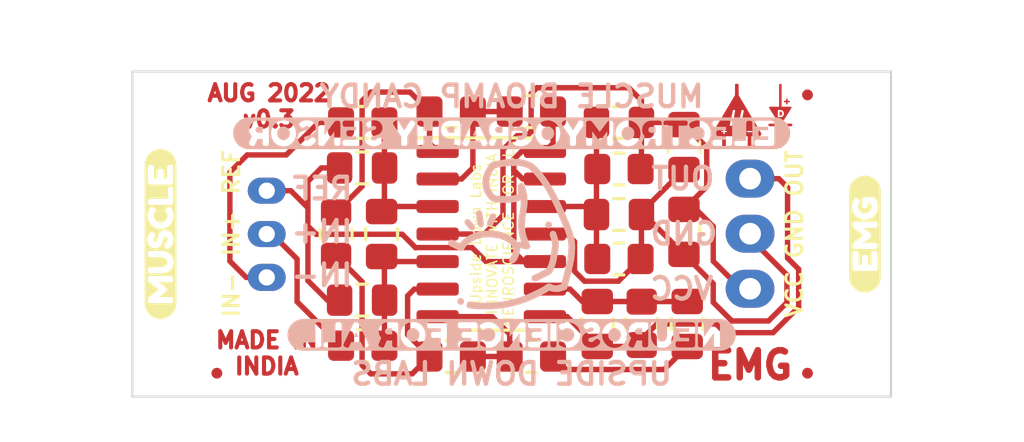
<source format=kicad_pcb>
(kicad_pcb (version 20211014) (generator pcbnew)
  (title_block (title "Muscle BioAmp Biscute") (date "2022-11-30") (rev "v0.3") (company "Upside Down Labs") (comment 1 "BandPass: 72 - 720 Hz") (comment 2 "Gain: x2420") (comment 3 "Quad OpAmp based BioAmp design") (comment 4 "Cute ElectroMyoGraphy (EMG) sensor"))
  (layers (0 "F.Cu" signal) (31 "B.Cu" signal) (34 "B.Paste" user) (35 "F.Paste" user) (36 "B.SilkS" user "B.Silkscreen") (37 "F.SilkS" user "F.Silkscreen") (38 "B.Mask" user) (39 "F.Mask" user) (44 "Edge.Cuts" user))
  (net 0 "")
  (net 1 "ampRef")
  (net 2 "inaIN-")
  (net 3 "inaIN+")
  (net 4 "+5V")
  (net 5 "Net-(C4-Pad1)")
  (net 6 "bpfOUT")
  (net 7 "Net-(C6-Pad2)")
  (net 8 "GND")
  (net 9 "bioIN+")
  (net 10 "bioIN-")
  (net 11 "inaOUT")
  (net 12 "Net-(C6-Pad1)")
  (net 13 "Net-(R7-Pad1)")
  (net 14 "Net-(R8-Pad1)")
  (net 15 "Net-(R10-Pad2)")
  (footprint "Capacitor_SMD:C_0805_2012Metric_Pad1.18x1.45mm_HandSolder" (layer "F.Cu") (at 123.9 113.7 180)
    (fp_text reference "C1" hide)
    (fp_text value "100pF")
  )
  (footprint "Capacitor_SMD:C_0805_2012Metric_Pad1.18x1.45mm_HandSolder" (layer "F.Cu") (at 124.8 116.75 90)
    (fp_text reference "C2" hide)
    (fp_text value "1nF")
  )
  (footprint "Capacitor_SMD:C_0805_2012Metric_Pad1.18x1.45mm_HandSolder" (layer "F.Cu") (at 123.9 119.8)
    (fp_text reference "C3" hide)
    (fp_text value "100pF")
  )
  (footprint "Capacitor_SMD:C_0805_2012Metric_Pad1.18x1.45mm_HandSolder" (layer "F.Cu") (at 135.75 111.6)
    (fp_text reference "C4" hide)
    (fp_text value "100nF")
  )
  (footprint "Capacitor_SMD:C_0805_2012Metric_Pad1.18x1.45mm_HandSolder" (layer "F.Cu") (at 134.75 120.9 -90)
    (fp_text reference "C7" hide)
    (fp_text value "1nF")
  )
  (footprint "Capacitor_SMD:C_0805_2012Metric_Pad1.18x1.45mm_HandSolder" (layer "F.Cu") (at 135.75 115.85 180)
    (fp_text reference "C5" hide)
    (fp_text value "2.2uF")
  )
  (footprint "Capacitor_SMD:C_0805_2012Metric_Pad1.18x1.45mm_HandSolder" (layer "F.Cu") (at 138.75 116.65 90)
    (fp_text reference "C8" hide)
    (fp_text value "100nF")
  )
  (footprint "Resistor_SMD:R_0805_2012Metric_Pad1.20x1.40mm_HandSolder" (layer "F.Cu") (at 128.01 111.1)
    (fp_text reference "R8" hide)
    (fp_text value "10k")
  )
  (footprint "Resistor_SMD:R_0805_2012Metric_Pad1.20x1.40mm_HandSolder" (layer "F.Cu") (at 128.01 122.4 180)
    (fp_text reference "R10" hide)
    (fp_text value "100k")
  )
  (footprint "Resistor_SMD:R_0805_2012Metric_Pad1.20x1.40mm_HandSolder" (layer "F.Cu") (at 123.93 111.6 180)
    (fp_text reference "R1" hide)
    (fp_text value "1K")
  )
  (footprint "Resistor_SMD:R_0805_2012Metric_Pad1.20x1.40mm_HandSolder" (layer "F.Cu") (at 131.71 111.1)
    (fp_text reference "R7" hide)
    (fp_text value "100k")
  )
  (footprint "Resistor_SMD:R_0805_2012Metric_Pad1.20x1.40mm_HandSolder" (layer "F.Cu") (at 122.7 116.75 90)
    (fp_text reference "R9" hide)
    (fp_text value "10k")
  )
  (footprint "Resistor_SMD:R_0805_2012Metric_Pad1.20x1.40mm_HandSolder" (layer "F.Cu") (at 123.93 121.9 180)
    (fp_text reference "R2" hide)
    (fp_text value "1K")
  )
  (footprint "Resistor_SMD:R_0805_2012Metric_Pad1.20x1.40mm_HandSolder" (layer "F.Cu") (at 135.75 113.75)
    (fp_text reference "R3" hide)
    (fp_text value "1M")
  )
  (footprint "Resistor_SMD:R_0805_2012Metric_Pad1.20x1.40mm_HandSolder" (layer "F.Cu") (at 135.75 117.9 180)
    (fp_text reference "R4" hide)
    (fp_text value "1M")
  )
  (footprint "Resistor_SMD:R_0805_2012Metric_Pad1.20x1.40mm_HandSolder" (layer "F.Cu") (at 136.8 120.87 90)
    (fp_text reference "R6" hide)
    (fp_text value "220K")
  )
  (footprint "Resistor_SMD:R_0805_2012Metric_Pad1.20x1.40mm_HandSolder" (layer "F.Cu") (at 131.71 122.4 180)
    (fp_text reference "R5" hide)
    (fp_text value "1k")
  )
  (footprint "Package_SO:SOIC-14_3.9x8.7mm_P1.27mm" (layer "F.Cu") (at 129.86 116.75)
    (fp_text reference "U1" hide)
    (fp_text value "Amp")
  )
  (footprint "Capacitor_SMD:C_0805_2012Metric_Pad1.18x1.45mm_HandSolder" (layer "F.Cu") (at 138.9 120.9 90)
    (fp_text reference "C6" hide)
    (fp_text value "2.2uF")
  )
  (footprint "MountingHole:MountingHole_2.1mm" (layer "F.Cu") (at 146.25 111.2)
    (fp_text reference "H4" hide)
    (fp_text value "MountingHole")
  )
  (footprint "MountingHole:MountingHole_2.1mm" (layer "F.Cu") (at 115.4 122.3)
    (fp_text reference "H3" hide)
    (fp_text value "MountingHole")
  )
  (footprint "MountingHole:MountingHole_2.1mm" (layer "F.Cu") (at 145.35 114.195)
    (fp_text reference "H2" hide)
    (fp_text value "MountingHole")
  )
  (footprint "MountingHole:MountingHole_2.1mm" (layer "F.Cu") (at 115.4 111.2)
    (fp_text reference "H7" hide)
    (fp_text value "MountingHole")
  )
  (footprint "MountingHole:MountingHole_2.1mm" (layer "F.Cu") (at 145.35 116.735)
    (fp_text reference "H6" hide)
    (fp_text value "MountingHole")
  )
  (footprint "MountingHole:MountingHole_2.1mm" (layer "F.Cu") (at 116.36 119.27 90)
    (fp_text reference "H9" hide)
    (fp_text value "MountingHole")
  )
  (footprint "MountingHole:MountingHole_2.1mm" (layer "F.Cu") (at 145.35 119.275)
    (fp_text reference "H10" hide)
    (fp_text value "MountingHole")
  )
  (footprint "MountingHole:MountingHole_2.1mm" (layer "F.Cu") (at 116.36 116.73 90)
    (fp_text reference "H5" hide)
    (fp_text value "MountingHole")
  )
  (footprint "MountingHole:MountingHole_2.1mm" (layer "F.Cu") (at 146.25 122.3)
    (fp_text reference "H8" hide)
    (fp_text value "MountingHole")
  )
  (footprint "MountingHole:MountingHole_2.1mm" (layer "F.Cu") (at 116.36 114.19 90)
    (fp_text reference "H1" hide)
    (fp_text value "MountingHole")
  )
  (footprint "udlabs:UDL_Copper_3mm" (layer "F.Cu") (at 141.9 111.3)
    (fp_text reference "G***" hide)
    (fp_text value "LOGO" hide)
  )
  (footprint "Fiducial:Fiducial_0.5mm_Mask1mm" (layer "F.Cu") (at 117.2 123.169999)
    (fp_text reference "F1**" hide)
    (fp_text value "Fiducial_0.5mm_Mask1mm")
  )
  (footprint "kibuzzard-62E8CB67" (layer "F.Cu") (at 147.1 116.75 90)
    (fp_text reference "kibuzzard-62E8CB67" hide)
    (fp_text value "G***" hide)
  )
  (footprint "kibuzzard-626FA17E" (layer "F.Cu") (at 114.6 116.75 90)
    (fp_text reference "kibuzzard-626FA17E" hide)
    (fp_text value "G***" hide)
  )
  (footprint "Fiducial:Fiducial_0.5mm_Mask1mm" (layer "F.Cu") (at 144.45 123.169999)
    (fp_text reference "F2**" hide)
    (fp_text value "Fiducial_0.5mm_Mask1mm")
  )
  (footprint "Fiducial:Fiducial_0.5mm_Mask1mm" (layer "F.Cu") (at 144.45 110.33)
    (fp_text reference "F3**" hide)
    (fp_text value "Fiducial_0.5mm_Mask1mm")
  )
  (footprint "Capacitor_SMD:C_0805_2012Metric_Pad1.18x1.45mm_HandSolder" (layer "F.Cu") (at 138.75 112.7375 90)
    (fp_text reference "C9" hide)
    (fp_text value "47uF")
  )
  (footprint "Connector_PinHeader_2.54mm:PinHeader_1x03_P2.54mm_Horizontal" (layer "B.Cu") (at 141.8 119.275)
    (fp_text reference "J1" hide)
    (fp_text value "IO")
  )
  (footprint "Connector_JST:JST_PH_S3B-PH-K_1x03_P2.00mm_Horizontal" (layer "B.Cu") (at 119.5 118.75 90)
    (fp_text reference "J3" hide)
    (fp_text value "BioAmp_input")
  )
  (footprint "UDLEOG:CandyMuscle" (layer "B.Cu") (at 130.801444 116.750081 180)
    (fp_text reference "G***" hide)
    (fp_text value "LOGO" hide)
  )
  (footprint "kibuzzard-626BB171" (layer "B.Cu") (at 130.8 121.4 180)
    (fp_text reference "kibuzzard-626BB171" hide)
    (fp_text value "G***" hide)
  )
  (footprint "kibuzzard-626FA157" (layer "B.Cu") (at 130.8 112.1 180)
    (fp_text reference "kibuzzard-626FA157" hide)
    (fp_text value "G***" hide)
  )
  (gr_line (start 113.3 124.25) (end 148.3 124.25) (layer "Edge.Cuts") (width 0.1))
  (gr_line (start 113.3 124.25) (end 113.3 109.25) (layer "Edge.Cuts") (width 0.1))
  (gr_line (start 148.3 109.25) (end 148.3 124.25) (layer "Edge.Cuts") (width 0.1))
  (gr_line (start 148.3 109.25) (end 113.3 109.25) (layer "Edge.Cuts") (width 0.1))
  (gr_text "AUG 2022\nv0.3\n" (at 119.6 110.85) (layer "F.Cu") (effects (font (size 0.75 0.75) (thickness 0.1875))))
  (gr_text "EMG" (at 141.8 122.8) (layer "F.Cu") (effects (font (size 1.25 1.25) (thickness 0.3))))
  (gr_text "MADE IN\nINDIA" (at 119.5 122.25) (layer "F.Cu") (effects (font (size 0.75 0.75) (thickness 0.1875))))
  (gr_text "OUT" (at 138.7 114.195) (layer "B.SilkS") (effects (font (size 1 1) (thickness 0.2)) (justify mirror)))
  (gr_text "GND" (at 138.75 116.735) (layer "B.SilkS") (effects (font (size 1 1) (thickness 0.2)) (justify mirror)))
  (gr_text "VCC" (at 138.65 119.275) (layer "B.SilkS") (effects (font (size 1 1) (thickness 0.2)) (justify mirror)))
  (gr_text "REF" (at 122.05 114.65) (layer "B.SilkS") (effects (font (size 1 1) (thickness 0.2)) (justify mirror)))
  (gr_text "IN-" (at 122.05 118.65) (layer "B.SilkS") (effects (font (size 1 1) (thickness 0.2)) (justify mirror)))
  (gr_text "IN+" (at 122.05 116.65) (layer "B.SilkS") (effects (font (size 1 1) (thickness 0.2)) (justify mirror)))
  (gr_text "UPSIDE DOWN LABS" (at 130.8 123.2) (layer "B.SilkS") (effects (font (size 1 1) (thickness 0.2)) (justify mirror)))
  (gr_text "MUSCLE BIOAMP CANDY" (at 130.8 110.4) (layer "B.SilkS") (effects (font (size 1 1) (thickness 0.2)) (justify mirror)))
  (gr_text "GND" (at 143.85 116.735 90) (layer "F.SilkS") (effects (font (size 0.74 0.74) (thickness 0.14))))
  (gr_text "OUT" (at 143.85 113.942857 90) (layer "F.SilkS") (effects (font (size 0.74 0.74) (thickness 0.14))))
  (gr_text "IN-" (at 117.87 119.55381 90) (layer "F.SilkS") (effects (font (size 0.74 0.74) (thickness 0.14))))
  (gr_text "REF" (at 117.87 113.89 90) (layer "F.SilkS") (effects (font (size 0.74 0.74) (thickness 0.14))))
  (gr_text "IN+" (at 117.87 116.736905 90) (layer "F.SilkS") (effects (font (size 0.74 0.74) (thickness 0.14))))
  (gr_text "Upside Down Labs\nINNOVATE WITH INDIA\nNEUROSCIENCE FOR ALL" (at 129.9 116.75 90) (layer "F.SilkS") (effects (font (size 0.47 0.47) (thickness 0.07))))
  (gr_text "VCC" (at 143.85 119.527143 90) (layer "F.SilkS") (effects (font (size 0.74 0.74) (thickness 0.14))))
  (segment (start 129.62 118.02) (end 128.97501 117.37501) (width 0.25) (layer "F.Cu") (net 1))
  (segment (start 128.97501 117.37501) (end 126.363242 117.37501) (width 0.25) (layer "F.Cu") (net 1))
  (segment (start 120.61 114.75) (end 121.4 115.54) (width 0.25) (layer "F.Cu") (net 1))
  (segment (start 132.335 118.02) (end 131.36 118.02) (width 0.25) (layer "F.Cu") (net 1))
  (segment (start 130.9 117.56) (end 130.9 113.6) (width 0.25) (layer "F.Cu") (net 1))
  (segment (start 130.9 113.3) (end 130.9 113.6) (width 0.25) (layer "F.Cu") (net 1))
  (segment (start 121.4 118.9) (end 121.4 116.38) (width 0.25) (layer "F.Cu") (net 1))
  (segment (start 126.363242 117.37501) (end 126.363242 117.374314) (width 0.25) (layer "F.Cu") (net 1))
  (segment (start 122.02 113.7) (end 121.4 114.32) (width 0.25) (layer "F.Cu") (net 1))
  (segment (start 130.9 113.8) (end 131.31 114.21) (width 0.25) (layer "F.Cu") (net 1))
  (segment (start 121.78 116.76) (end 121.4 116.38) (width 0.25) (layer "F.Cu") (net 1))
  (segment (start 122.8625 113.7) (end 122.02 113.7) (width 0.25) (layer "F.Cu") (net 1))
  (segment (start 121.4 118.9) (end 122.3 119.8) (width 0.25) (layer "F.Cu") (net 1))
  (segment (start 131.26 112.94) (end 130.9 113.3) (width 0.25) (layer "F.Cu") (net 1))
  (segment (start 132.71 111.1) (end 132.71 112.565) (width 0.25) (layer "F.Cu") (net 1))
  (segment (start 131.31 114.21) (end 132.335 114.21) (width 0.25) (layer "F.Cu") (net 1))
  (segment (start 122.3 119.8) (end 122.8625 119.8) (width 0.25) (layer "F.Cu") (net 1))
  (segment (start 132.335 112.94) (end 131.26 112.94) (width 0.25) (layer "F.Cu") (net 1))
  (segment (start 130.9 113.6) (end 130.9 113.8) (width 0.25) (layer "F.Cu") (net 1))
  (segment (start 131.36 118.02) (end 130.9 117.56) (width 0.25) (layer "F.Cu") (net 1))
  (segment (start 119.5 114.75) (end 120.61 114.75) (width 0.25) (layer "F.Cu") (net 1))
  (segment (start 132.71 112.565) (end 132.335 112.94) (width 0.25) (layer "F.Cu") (net 1))
  (segment (start 121.4 114.32) (end 121.4 115.54) (width 0.25) (layer "F.Cu") (net 1))
  (segment (start 126.363242 117.374314) (end 125.748928 116.76) (width 0.25) (layer "F.Cu") (net 1))
  (segment (start 125.748928 116.76) (end 121.78 116.76) (width 0.25) (layer "F.Cu") (net 1))
  (segment (start 121.4 115.54) (end 121.4 116.38) (width 0.25) (layer "F.Cu") (net 1))
  (segment (start 132.335 118.02) (end 129.62 118.02) (width 0.25) (layer "F.Cu") (net 1))
  (segment (start 127.385 115.48) (end 125.0325 115.48) (width 0.25) (layer "F.Cu") (net 2))
  (segment (start 124.93 111.6) (end 124.93 115.5825) (width 0.25) (layer "F.Cu") (net 2))
  (segment (start 124.93 115.5825) (end 124.8 115.7125) (width 0.25) (layer "F.Cu") (net 2))
  (segment (start 125.0325 115.48) (end 124.8 115.7125) (width 0.25) (layer "F.Cu") (net 2))
  (segment (start 124.93 117.9175) (end 124.8 117.7875) (width 0.25) (layer "F.Cu") (net 3))
  (segment (start 124.93 121.9) (end 124.93 117.9175) (width 0.25) (layer "F.Cu") (net 3))
  (segment (start 125.0325 118.02) (end 124.8 117.7875) (width 0.25) (layer "F.Cu") (net 3))
  (segment (start 127.385 118.02) (end 125.0325 118.02) (width 0.25) (layer "F.Cu") (net 3))
  (segment (start 138.65 111.6) (end 138.75 111.7) (width 0.25) (layer "F.Cu") (net 4))
  (segment (start 136.7875 111.6) (end 138.65 111.6) (width 0.25) (layer "F.Cu") (net 4))
  (segment (start 136.7875 111.6) (end 136.7875 113.7125) (width 0.25) (layer "F.Cu") (net 4))
  (segment (start 136.7875 110.5875) (end 136.7875 111.6) (width 0.25) (layer "F.Cu") (net 4))
  (segment (start 131.7 110.27) (end 131.97 110) (width 0.25) (layer "F.Cu") (net 4))
  (segment (start 141.375 119.275) (end 141.8 119.275) (width 0.25) (layer "F.Cu") (net 4))
  (segment (start 136.2 110) (end 136.7875 110.5875) (width 0.25) (layer "F.Cu") (net 4))
  (segment (start 130.4 115.89) (end 130.4 112.86) (width 0.25) (layer "F.Cu") (net 4))
  (segment (start 136.7875 113.7125) (end 136.75 113.75) (width 0.25) (layer "F.Cu") (net 4))
  (segment (start 130.4 112.86) (end 131.05 112.21) (width 0.25) (layer "F.Cu") (net 4))
  (segment (start 131.97 110) (end 136.2 110) (width 0.25) (layer "F.Cu") (net 4))
  (segment (start 131.52 112.21) (end 131.7 112.03) (width 0.25) (layer "F.Cu") (net 4))
  (segment (start 131.05 112.21) (end 131.52 112.21) (width 0.25) (layer "F.Cu") (net 4))
  (segment (start 127.385 116.75) (end 129.54 116.75) (width 0.25) (layer "F.Cu") (net 4))
  (segment (start 129.54 116.75) (end 130.4 115.89) (width 0.25) (layer "F.Cu") (net 4))
  (segment (start 139.80001 112.75001) (end 139.80001 114.56249) (width 0.25) (layer "F.Cu") (net 4))
  (segment (start 139.3125 115.6125) (end 140.1 116.4) (width 0.25) (layer "F.Cu") (net 4))
  (segment (start 138.75 115.6125) (end 139.3125 115.6125) (width 0.25) (layer "F.Cu") (net 4))
  (segment (start 139.80001 114.56249) (end 138.75 115.6125) (width 0.25) (layer "F.Cu") (net 4))
  (segment (start 138.75 111.7) (end 139.80001 112.75001) (width 0.25) (layer "F.Cu") (net 4))
  (segment (start 140.1 116.4) (end 140.1 118) (width 0.25) (layer "F.Cu") (net 4))
  (segment (start 140.1 118) (end 141.375 119.275) (width 0.25) (layer "F.Cu") (net 4))
  (segment (start 131.7 112.03) (end 131.7 110.27) (width 0.25) (layer "F.Cu") (net 4))
  (segment (start 134.3425 115.48) (end 134.7125 115.85) (width 0.25) (layer "F.Cu") (net 5))
  (segment (start 134.7125 117.8625) (end 134.75 117.9) (width 0.25) (layer "F.Cu") (net 5))
  (segment (start 132.335 115.48) (end 134.3425 115.48) (width 0.25) (layer "F.Cu") (net 5))
  (segment (start 134.7125 111.6) (end 134.7125 117.8625) (width 0.25) (layer "F.Cu") (net 5))
  (segment (start 137.5 120.9) (end 140.24 120.9) (width 0.25) (layer "F.Cu") (net 6))
  (segment (start 142.86 121.3) (end 144.04 120.12) (width 0.25) (layer "F.Cu") (net 6))
  (segment (start 133.36 120.56) (end 134.7375 121.9375) (width 0.25) (layer "F.Cu") (net 6))
  (segment (start 143.53 114.6) (end 143.125 114.195) (width 0.25) (layer "F.Cu") (net 6))
  (segment (start 143.125 114.195) (end 141.8 114.195) (width 0.25) (layer "F.Cu") (net 6))
  (segment (start 143.53 117.86) (end 143.53 114.6) (width 0.25) (layer "F.Cu") (net 6))
  (segment (start 144.04 118.37) (end 143.53 117.86) (width 0.25) (layer "F.Cu") (net 6))
  (segment (start 136.7325 121.9375) (end 136.8 121.87) (width 0.25) (layer "F.Cu") (net 6))
  (segment (start 132.335 120.56) (end 133.36 120.56) (width 0.25) (layer "F.Cu") (net 6))
  (segment (start 136.8 121.6) (end 137.5 120.9) (width 0.25) (layer "F.Cu") (net 6))
  (segment (start 136.8 121.87) (end 136.8 121.6) (width 0.25) (layer "F.Cu") (net 6))
  (segment (start 144.04 120.12) (end 144.04 118.37) (width 0.25) (layer "F.Cu") (net 6))
  (segment (start 134.75 121.9375) (end 136.7325 121.9375) (width 0.25) (layer "F.Cu") (net 6))
  (segment (start 140.24 120.9) (end 140.64 121.3) (width 0.25) (layer "F.Cu") (net 6))
  (segment (start 140.64 121.3) (end 142.86 121.3) (width 0.25) (layer "F.Cu") (net 6))
  (segment (start 134.7375 121.9375) (end 134.75 121.9375) (width 0.25) (layer "F.Cu") (net 6))
  (segment (start 134.0625 119.8625) (end 134.75 119.8625) (width 0.25) (layer "F.Cu") (net 7))
  (segment (start 133.49 119.29) (end 134.0625 119.8625) (width 0.25) (layer "F.Cu") (net 7))
  (segment (start 132.335 119.29) (end 133.49 119.29) (width 0.25) (layer "F.Cu") (net 7))
  (segment (start 134.75 119.8625) (end 138.9 119.8625) (width 0.25) (layer "F.Cu") (net 7))
  (segment (start 134.16182 118.92501) (end 135.72499 118.92501) (width 0.25) (layer "F.Cu") (net 8))
  (segment (start 140.1 119.9) (end 140.96 120.76) (width 0.25) (layer "F.Cu") (net 8))
  (segment (start 132.335 116.75) (end 133.35 116.75) (width 0.25) (layer "F.Cu") (net 8))
  (segment (start 142.65 120.76) (end 143.5 119.91) (width 0.25) (layer "F.Cu") (net 8))
  (segment (start 136.7875 115.85) (end 136.9125 115.85) (width 0.25) (layer "F.Cu") (net 8))
  (segment (start 143.5 119.91) (end 143.5 118.64) (width 0.25) (layer "F.Cu") (net 8))
  (segment (start 135.72499 118.92501) (end 136.75 117.9) (width 0.25) (layer "F.Cu") (net 8))
  (segment (start 136.7875 115.85) (end 136.7875 115.7375) (width 0.25) (layer "F.Cu") (net 8))
  (segment (start 136.9125 115.85) (end 138.75 117.6875) (width 0.25) (layer "F.Cu") (net 8))
  (segment (start 136.7875 117.8625) (end 136.75 117.9) (width 0.25) (layer "F.Cu") (net 8))
  (segment (start 133.7 117.1) (end 133.7 118.46319) (width 0.25) (layer "F.Cu") (net 8))
  (segment (start 143.5 118.64) (end 141.8 116.94) (width 0.25) (layer "F.Cu") (net 8))
  (segment (start 133.7 118.46319) (end 134.16182 118.92501) (width 0.25) (layer "F.Cu") (net 8))
  (segment (start 133.35 116.75) (end 133.7 117.1) (width 0.25) (layer "F.Cu") (net 8))
  (segment (start 140.1 119.0375) (end 140.1 119.9) (width 0.25) (layer "F.Cu") (net 8))
  (segment (start 138.75 117.6875) (end 140.1 119.0375) (width 0.25) (layer "F.Cu") (net 8))
  (segment (start 140.96 120.76) (end 142.65 120.76) (width 0.25) (layer "F.Cu") (net 8))
  (segment (start 136.7875 115.85) (end 136.7875 117.8625) (width 0.25) (layer "F.Cu") (net 8))
  (segment (start 141.8 116.94) (end 141.8 116.735) (width 0.25) (layer "F.Cu") (net 8))
  (segment (start 136.7875 115.7375) (end 138.75 113.775) (width 0.25) (layer "F.Cu") (net 8))
  (segment (start 119.5 116.75) (end 120.05 116.75) (width 0.25) (layer "F.Cu") (net 9))
  (segment (start 120.9 119.87) (end 122.93 121.9) (width 0.25) (layer "F.Cu") (net 9))
  (segment (start 119.75 116.75) (end 120.9 117.9) (width 0.25) (layer "F.Cu") (net 9))
  (segment (start 119.5 116.75) (end 119.75 116.75) (width 0.25) (layer "F.Cu") (net 9))
  (segment (start 120.9 117.9) (end 120.9 119.87) (width 0.25) (layer "F.Cu") (net 9))
  (segment (start 118.6 113.1) (end 117.8 113.9) (width 0.25) (layer "F.Cu") (net 10))
  (segment (start 117.8 118) (end 118.55 118.75) (width 0.25) (layer "F.Cu") (net 10))
  (segment (start 120.4 113.1) (end 118.6 113.1) (width 0.25) (layer "F.Cu") (net 10))
  (segment (start 118.55 118.75) (end 119.5 118.75) (width 0.25) (layer "F.Cu") (net 10))
  (segment (start 122.93 111.6) (end 121.9 111.6) (width 0.25) (layer "F.Cu") (net 10))
  (segment (start 121.9 111.6) (end 120.4 113.1) (width 0.25) (layer "F.Cu") (net 10))
  (segment (start 117.8 113.9) (end 117.8 118) (width 0.25) (layer "F.Cu") (net 10))
  (segment (start 127.385 120.56) (end 129.9 120.56) (width 0.25) (layer "F.Cu") (net 11))
  (segment (start 130.71 121.37) (end 130.71 122.4) (width 0.25) (layer "F.Cu") (net 11))
  (segment (start 129.01 122.4) (end 130.71 122.4) (width 0.25) (layer "F.Cu") (net 11))
  (segment (start 129.9 120.56) (end 130.71 121.37) (width 0.25) (layer "F.Cu") (net 11))
  (segment (start 137.8375 123) (end 133.31 123) (width 0.25) (layer "F.Cu") (net 12))
  (segment (start 133.31 123) (end 132.71 122.4) (width 0.25) (layer "F.Cu") (net 12))
  (segment (start 138.9 121.9375) (end 137.8375 123) (width 0.25) (layer "F.Cu") (net 12))
  (segment (start 129.01 111.1) (end 130.71 111.1) (width 0.25) (layer "F.Cu") (net 13))
  (segment (start 128.49 114.21) (end 129.01 113.69) (width 0.25) (layer "F.Cu") (net 13))
  (segment (start 127.385 114.21) (end 128.49 114.21) (width 0.25) (layer "F.Cu") (net 13))
  (segment (start 129.01 113.69) (end 129.01 111.1) (width 0.25) (layer "F.Cu") (net 13))
  (segment (start 127.01 111.1) (end 127.01 112.565) (width 0.25) (layer "F.Cu") (net 14))
  (segment (start 124.3 110.2) (end 126.11 110.2) (width 0.25) (layer "F.Cu") (net 14))
  (segment (start 127.01 112.565) (end 127.385 112.94) (width 0.25) (layer "F.Cu") (net 14))
  (segment (start 122.7 115.75) (end 123.9 114.55) (width 0.25) (layer "F.Cu") (net 14))
  (segment (start 123.9 110.6) (end 124.3 110.2) (width 0.25) (layer "F.Cu") (net 14))
  (segment (start 126.11 110.2) (end 127.01 111.1) (width 0.25) (layer "F.Cu") (net 14))
  (segment (start 123.9 114.55) (end 123.9 110.6) (width 0.25) (layer "F.Cu") (net 14))
  (segment (start 126.31 119.29) (end 126 119.6) (width 0.25) (layer "F.Cu") (net 15))
  (segment (start 126 119.6) (end 126 121.39) (width 0.25) (layer "F.Cu") (net 15))
  (segment (start 122.7 117.75) (end 123.9 118.95) (width 0.25) (layer "F.Cu") (net 15))
  (segment (start 123.9 122.8) (end 124.3 123.2) (width 0.25) (layer "F.Cu") (net 15))
  (segment (start 126.21 123.2) (end 127.01 122.4) (width 0.25) (layer "F.Cu") (net 15))
  (segment (start 124.3 123.2) (end 126.21 123.2) (width 0.25) (layer "F.Cu") (net 15))
  (segment (start 127.385 119.29) (end 126.31 119.29) (width 0.25) (layer "F.Cu") (net 15))
  (segment (start 123.9 118.95) (end 123.9 122.8) (width 0.25) (layer "F.Cu") (net 15))
  (segment (start 126 121.39) (end 127.01 122.4) (width 0.25) (layer "F.Cu") (net 15))
)
</source>
